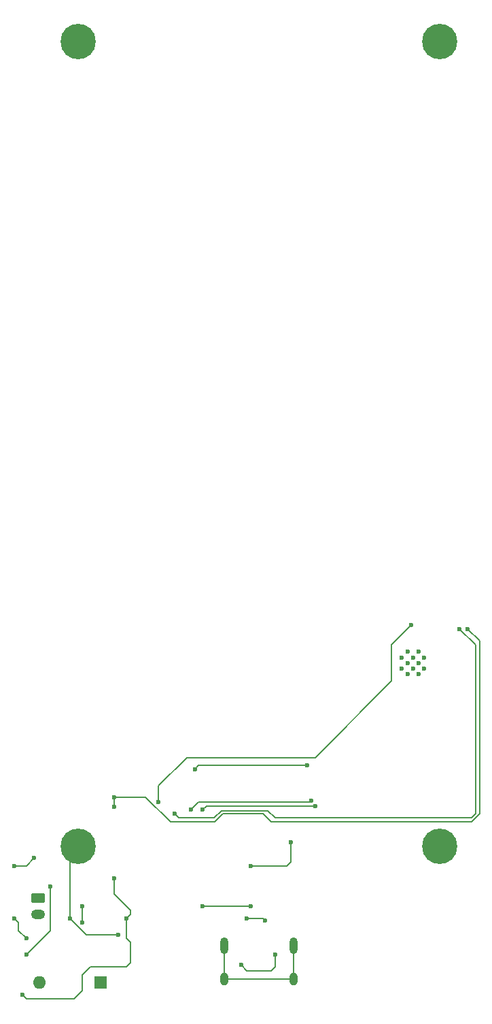
<source format=gbr>
%TF.GenerationSoftware,KiCad,Pcbnew,8.0.3*%
%TF.CreationDate,2024-06-13T15:47:36+01:00*%
%TF.ProjectId,PCB,5043422e-6b69-4636-9164-5f7063625858,rev?*%
%TF.SameCoordinates,Original*%
%TF.FileFunction,Copper,L2,Bot*%
%TF.FilePolarity,Positive*%
%FSLAX46Y46*%
G04 Gerber Fmt 4.6, Leading zero omitted, Abs format (unit mm)*
G04 Created by KiCad (PCBNEW 8.0.3) date 2024-06-13 15:47:36*
%MOMM*%
%LPD*%
G01*
G04 APERTURE LIST*
G04 Aperture macros list*
%AMRoundRect*
0 Rectangle with rounded corners*
0 $1 Rounding radius*
0 $2 $3 $4 $5 $6 $7 $8 $9 X,Y pos of 4 corners*
0 Add a 4 corners polygon primitive as box body*
4,1,4,$2,$3,$4,$5,$6,$7,$8,$9,$2,$3,0*
0 Add four circle primitives for the rounded corners*
1,1,$1+$1,$2,$3*
1,1,$1+$1,$4,$5*
1,1,$1+$1,$6,$7*
1,1,$1+$1,$8,$9*
0 Add four rect primitives between the rounded corners*
20,1,$1+$1,$2,$3,$4,$5,0*
20,1,$1+$1,$4,$5,$6,$7,0*
20,1,$1+$1,$6,$7,$8,$9,0*
20,1,$1+$1,$8,$9,$2,$3,0*%
G04 Aperture macros list end*
%TA.AperFunction,ComponentPad*%
%ADD10C,0.700000*%
%TD*%
%TA.AperFunction,ComponentPad*%
%ADD11C,4.400000*%
%TD*%
%TA.AperFunction,ComponentPad*%
%ADD12R,1.600000X1.600000*%
%TD*%
%TA.AperFunction,ComponentPad*%
%ADD13O,1.600000X1.600000*%
%TD*%
%TA.AperFunction,ComponentPad*%
%ADD14O,1.000000X2.100000*%
%TD*%
%TA.AperFunction,ComponentPad*%
%ADD15O,1.000000X1.600000*%
%TD*%
%TA.AperFunction,HeatsinkPad*%
%ADD16C,0.600000*%
%TD*%
%TA.AperFunction,ComponentPad*%
%ADD17RoundRect,0.250000X-0.625000X0.350000X-0.625000X-0.350000X0.625000X-0.350000X0.625000X0.350000X0*%
%TD*%
%TA.AperFunction,ComponentPad*%
%ADD18O,1.750000X1.200000*%
%TD*%
%TA.AperFunction,ViaPad*%
%ADD19C,0.600000*%
%TD*%
%TA.AperFunction,Conductor*%
%ADD20C,0.200000*%
%TD*%
G04 APERTURE END LIST*
D10*
%TO.P,H4,1,1*%
%TO.N,GND*%
X121350000Y-149500000D03*
X121833274Y-148333274D03*
X121833274Y-150666726D03*
X123000000Y-147850000D03*
D11*
X123000000Y-149500000D03*
D10*
X123000000Y-151150000D03*
X124166726Y-148333274D03*
X124166726Y-150666726D03*
X124650000Y-149500000D03*
%TD*%
%TO.P,H3,1,1*%
%TO.N,GND*%
X76350000Y-49500000D03*
X76833274Y-48333274D03*
X76833274Y-50666726D03*
X78000000Y-47850000D03*
D11*
X78000000Y-49500000D03*
D10*
X78000000Y-51150000D03*
X79166726Y-48333274D03*
X79166726Y-50666726D03*
X79650000Y-49500000D03*
%TD*%
%TO.P,H2,1,1*%
%TO.N,GND*%
X121350000Y-49500000D03*
X121833274Y-48333274D03*
X121833274Y-50666726D03*
X123000000Y-47850000D03*
D11*
X123000000Y-49500000D03*
D10*
X123000000Y-51150000D03*
X124166726Y-48333274D03*
X124166726Y-50666726D03*
X124650000Y-49500000D03*
%TD*%
%TO.P,H1,1,1*%
%TO.N,GND*%
X76350000Y-149500000D03*
X76833274Y-148333274D03*
X76833274Y-150666726D03*
X78000000Y-147850000D03*
D11*
X78000000Y-149500000D03*
D10*
X78000000Y-151150000D03*
X79166726Y-148333274D03*
X79166726Y-150666726D03*
X79650000Y-149500000D03*
%TD*%
D12*
%TO.P,SW1,1,A*%
%TO.N,Net-(Q1-D)*%
X80800000Y-166500000D03*
D13*
%TO.P,SW1,2,B*%
%TO.N,+V_BAT*%
X73180000Y-166500000D03*
%TD*%
D14*
%TO.P,J1,S1,SHIELD*%
%TO.N,GND*%
X96180000Y-161870000D03*
D15*
X96180000Y-166050000D03*
D14*
X104820000Y-161870000D03*
D15*
X104820000Y-166050000D03*
%TD*%
D16*
%TO.P,U5,39,GND*%
%TO.N,GND*%
X120410000Y-125350000D03*
X119010000Y-125350000D03*
X121110000Y-126050000D03*
X119710000Y-126050000D03*
X118310000Y-126050000D03*
X120410000Y-126725000D03*
X119010000Y-126725000D03*
X121110000Y-127450000D03*
X119710000Y-127450000D03*
X118310000Y-127450000D03*
X120410000Y-128150000D03*
X119010000Y-128150000D03*
%TD*%
D17*
%TO.P,JSTPH1,1,Pin_1*%
%TO.N,GND*%
X72950000Y-156000000D03*
D18*
%TO.P,JSTPH1,2,Pin_2*%
%TO.N,+V_BAT*%
X72950000Y-158000000D03*
%TD*%
D19*
%TO.N,Net-(J1-D+-PadA6)*%
X101250000Y-158750000D03*
X99000000Y-158500000D03*
%TO.N,+V_USB*%
X102500000Y-163000000D03*
X98285000Y-164285000D03*
%TO.N,/GPIO35_A13*%
X88000000Y-144000000D03*
X119500000Y-122000000D03*
%TO.N,/IO0*%
X106500000Y-139500000D03*
%TO.N,/EN{slash}RESET*%
X125500000Y-122500000D03*
X90000000Y-145500000D03*
%TO.N,+3V3*%
X126500000Y-122500000D03*
%TO.N,/RX*%
X107000000Y-143900000D03*
%TO.N,/TX*%
X107512149Y-144514579D03*
%TO.N,/RX*%
X92000000Y-145000000D03*
%TO.N,/TX*%
X93500000Y-145000000D03*
%TO.N,/IO0*%
X92500000Y-140000000D03*
%TO.N,+3V3*%
X82500000Y-143400000D03*
X82500000Y-144600000D03*
%TO.N,+V_BAT*%
X72500000Y-151000000D03*
X70000000Y-152000000D03*
%TO.N,+V_USB*%
X71500000Y-163000000D03*
X74500000Y-154500000D03*
%TO.N,+V_BAT*%
X71500000Y-161000000D03*
X70000000Y-158500000D03*
%TO.N,+3V3*%
X71000000Y-168000000D03*
X82500000Y-153500000D03*
X84000000Y-158500000D03*
%TO.N,GND*%
X83000000Y-160500000D03*
X77000000Y-158500000D03*
%TO.N,Net-(U2-EN)*%
X78500000Y-159000000D03*
X78500000Y-157000000D03*
%TO.N,+5V*%
X99500000Y-157000000D03*
X93500000Y-157000000D03*
%TO.N,+3.3VA*%
X99500000Y-152000000D03*
X104500000Y-149000000D03*
%TD*%
D20*
%TO.N,+V_USB*%
X102500000Y-164500000D02*
X102500000Y-163000000D01*
X102000000Y-165000000D02*
X102500000Y-164500000D01*
X99000000Y-165000000D02*
X102000000Y-165000000D01*
X98285000Y-164285000D02*
X99000000Y-165000000D01*
%TO.N,GND*%
X96180000Y-161870000D02*
X96180000Y-166050000D01*
X104820000Y-166050000D02*
X96180000Y-166050000D01*
X104820000Y-166050000D02*
X104820000Y-161870000D01*
%TO.N,/GPIO35_A13*%
X91500000Y-138500000D02*
X88000000Y-142000000D01*
X107500000Y-138500000D02*
X91500000Y-138500000D01*
X117000000Y-129000000D02*
X107500000Y-138500000D01*
X88000000Y-142000000D02*
X88000000Y-144000000D01*
X117000000Y-124500000D02*
X117000000Y-129000000D01*
X119500000Y-122000000D02*
X117000000Y-124500000D01*
%TO.N,/TX*%
X94000000Y-144500000D02*
X93500000Y-145000000D01*
X107512149Y-144514579D02*
X107497570Y-144500000D01*
X107497570Y-144500000D02*
X94000000Y-144500000D01*
%TO.N,/RX*%
X107000000Y-143900000D02*
X106900000Y-144000000D01*
X93000000Y-144000000D02*
X92000000Y-145000000D01*
X106900000Y-144000000D02*
X93000000Y-144000000D01*
%TO.N,/IO0*%
X93000000Y-139500000D02*
X92500000Y-140000000D01*
X106500000Y-139500000D02*
X93000000Y-139500000D01*
%TO.N,/EN{slash}RESET*%
X127500000Y-124500000D02*
X125500000Y-122500000D01*
X127500000Y-145434314D02*
X127500000Y-124500000D01*
X126967157Y-145967157D02*
X127500000Y-145434314D01*
X126934314Y-146000000D02*
X126967157Y-145967157D01*
X101600000Y-145100000D02*
X102500000Y-146000000D01*
X95834314Y-145100000D02*
X101600000Y-145100000D01*
X94934314Y-146000000D02*
X95834314Y-145100000D01*
X102500000Y-146000000D02*
X126934314Y-146000000D01*
X90500000Y-146000000D02*
X94934314Y-146000000D01*
X90000000Y-145500000D02*
X90500000Y-146000000D01*
%TO.N,+3V3*%
X128000000Y-124000000D02*
X126500000Y-122500000D01*
X128000000Y-145500000D02*
X128000000Y-124000000D01*
X127000000Y-146500000D02*
X128000000Y-145500000D01*
X102000000Y-146500000D02*
X127000000Y-146500000D01*
X95000000Y-146500000D02*
X96000000Y-145500000D01*
X89500000Y-146500000D02*
X95000000Y-146500000D01*
X86400000Y-143400000D02*
X89500000Y-146500000D01*
X96000000Y-145500000D02*
X101000000Y-145500000D01*
X101000000Y-145500000D02*
X102000000Y-146500000D01*
X82500000Y-143400000D02*
X86400000Y-143400000D01*
X71500000Y-168500000D02*
X71000000Y-168000000D01*
X78500000Y-165500000D02*
X78500000Y-167500000D01*
X77500000Y-168500000D02*
X71500000Y-168500000D01*
X79500000Y-164500000D02*
X78500000Y-165500000D01*
X78500000Y-167500000D02*
X77500000Y-168500000D01*
X84500000Y-164000000D02*
X84000000Y-164500000D01*
X84500000Y-161500000D02*
X84500000Y-164000000D01*
X84000000Y-161000000D02*
X84500000Y-161500000D01*
X84000000Y-164500000D02*
X79500000Y-164500000D01*
X84000000Y-158500000D02*
X84000000Y-161000000D01*
X82500000Y-143400000D02*
X82500000Y-144600000D01*
%TO.N,GND*%
X77000000Y-150500000D02*
X78000000Y-149500000D01*
X77000000Y-158500000D02*
X77000000Y-150500000D01*
%TO.N,+V_BAT*%
X71500000Y-152000000D02*
X70000000Y-152000000D01*
X72500000Y-151000000D02*
X71500000Y-152000000D01*
%TO.N,+V_USB*%
X74500000Y-160000000D02*
X71500000Y-163000000D01*
X74500000Y-154500000D02*
X74500000Y-160000000D01*
%TO.N,+V_BAT*%
X70500000Y-160000000D02*
X71500000Y-161000000D01*
X70500000Y-159000000D02*
X70500000Y-160000000D01*
X70000000Y-158500000D02*
X70500000Y-159000000D01*
%TO.N,GND*%
X83000000Y-160500000D02*
X79000000Y-160500000D01*
X79000000Y-160500000D02*
X77000000Y-158500000D01*
%TO.N,+3V3*%
X82500000Y-154000000D02*
X82500000Y-153500000D01*
X82500000Y-155500000D02*
X82500000Y-154000000D01*
X84000000Y-157000000D02*
X82500000Y-155500000D01*
X84500000Y-157500000D02*
X84000000Y-157000000D01*
X84500000Y-158000000D02*
X84500000Y-157500000D01*
X84000000Y-158500000D02*
X84500000Y-158000000D01*
%TO.N,Net-(U2-EN)*%
X78500000Y-157000000D02*
X78500000Y-159000000D01*
%TO.N,+5V*%
X93500000Y-157000000D02*
X99500000Y-157000000D01*
%TO.N,+3.3VA*%
X104000000Y-152000000D02*
X99500000Y-152000000D01*
X104500000Y-149000000D02*
X104500000Y-151500000D01*
X104500000Y-151500000D02*
X104000000Y-152000000D01*
%TO.N,Net-(J1-D+-PadA6)*%
X99000000Y-158500000D02*
X101000000Y-158500000D01*
X101000000Y-158500000D02*
X101250000Y-158750000D01*
%TD*%
M02*

</source>
